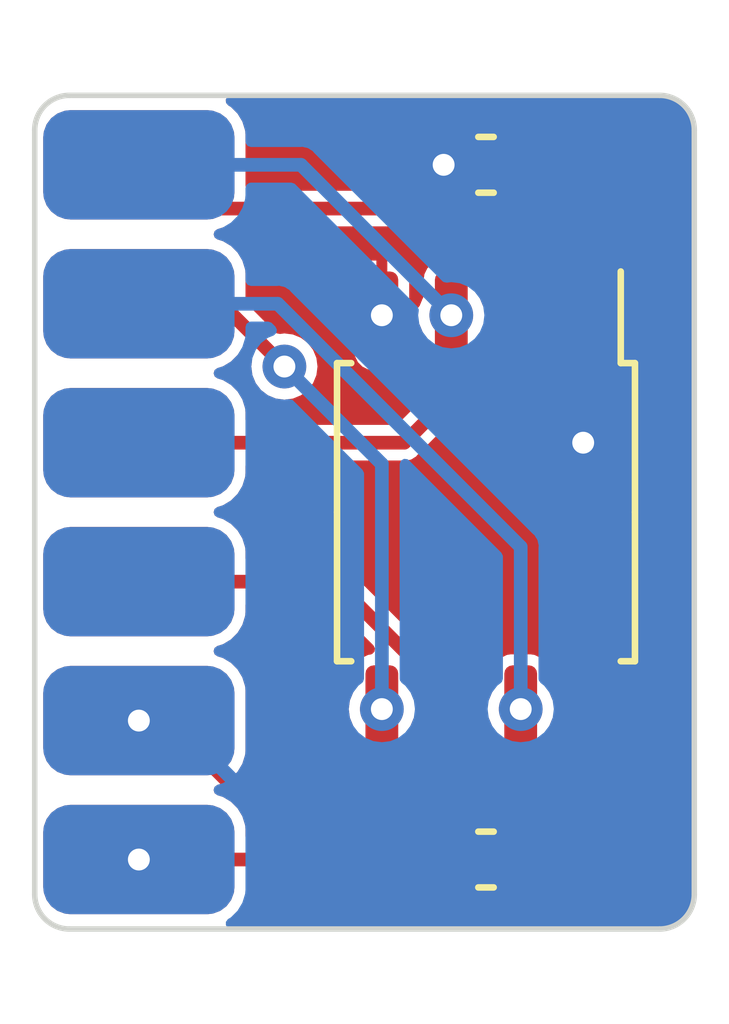
<source format=kicad_pcb>
(kicad_pcb (version 20221018) (generator pcbnew)
  (layers (0 "F.Cu" signal) (31 "B.Cu" signal) (34 "B.Paste" user) (35 "F.Paste" user) (36 "B.SilkS" user "B.Silkscreen") (37 "F.SilkS" user "F.Silkscreen") (38 "B.Mask" user) (39 "F.Mask" user) (44 "Edge.Cuts" user))
  (net 0 "")
  (net 1 "/PMOD-SPI/CS")
  (net 2 "/PMOD-SPI/MOSI")
  (net 3 "/PMOD-SPI/MISO")
  (net 4 "/PMOD-SPI/SCK")
  (net 5 "/PMOD-SPI/GND")
  (net 6 "/PMOD-SPI/VCC")
  (net 7 "/PMOD-SPI/INT")
  (net 8 "/PMOD-SPI/RST")
  (net 9 "/PMOD-SPI/IO7")
  (net 10 "/PMOD-SPI/IO8")
  (footprint "Capacitor_SMD:C_0603_1608Metric" (layer "F.Cu") (at 132.08 102.87 180)
    (fp_text reference "C2" hide)
    (fp_text value "0.1uF")
    (fp_line (start -0.14058 -0.51) (end 0.14058 -0.51) (stroke (width 0.12)) (layer "F.SilkS"))
    (fp_line (start -0.14058 0.51) (end 0.14058 0.51) (stroke (width 0.12)) (layer "F.SilkS"))
    (pad "1" smd roundrect (at -0.775 0 180) (size 0.9 0.95) (layers "F.Cu" "F.Paste" "F.Mask") (net 6 "/PMOD-SPI/VCC"))
    (pad "2" smd roundrect (at 0.775 0 180) (size 0.9 0.95) (layers "F.Cu" "F.Paste" "F.Mask") (net 5 "/PMOD-SPI/GND"))
  )
  (footprint "Capacitor_SMD:C_0603_1608Metric" (layer "F.Cu") (at 132.08 90.17 180)
    (fp_text reference "C1" hide)
    (fp_text value "0.1uF")
    (fp_line (start -0.14058 -0.51) (end 0.14058 -0.51) (stroke (width 0.12)) (layer "F.SilkS"))
    (fp_line (start -0.14058 0.51) (end 0.14058 0.51) (stroke (width 0.12)) (layer "F.SilkS"))
    (pad "1" smd roundrect (at -0.775 0 180) (size 0.9 0.95) (layers "F.Cu" "F.Paste" "F.Mask") (net 6 "/PMOD-SPI/VCC"))
    (pad "2" smd roundrect (at 0.775 0 180) (size 0.9 0.95) (layers "F.Cu" "F.Paste" "F.Mask") (net 5 "/PMOD-SPI/GND"))
  )
  (footprint "my_connector:PMOD_Peripheral_type_2" (layer "F.Cu") (at 125.73 96.52 -90)
    (fp_text reference "J1" hide)
    (fp_text value "Conn_02x06_Top_Bottom")
    (pad "1" smd roundrect (at -6.35 0 270) (size 2 3.5) (layers "F.Cu" "F.Paste" "F.Mask") (net 1 "/PMOD-SPI/CS"))
    (pad "2" smd roundrect (at -3.81 0 270) (size 2 3.5) (layers "F.Cu" "F.Paste" "F.Mask") (net 2 "/PMOD-SPI/MOSI"))
    (pad "3" smd roundrect (at -1.27 0 270) (size 2 3.5) (layers "F.Cu" "F.Paste" "F.Mask") (net 3 "/PMOD-SPI/MISO"))
    (pad "4" smd roundrect (at 1.27 0 270) (size 2 3.5) (layers "F.Cu" "F.Paste" "F.Mask") (net 4 "/PMOD-SPI/SCK"))
    (pad "5" smd roundrect (at 3.81 0 270) (size 2 3.5) (layers "F.Cu" "F.Paste" "F.Mask") (net 5 "/PMOD-SPI/GND"))
    (pad "6" smd roundrect (at 6.35 0 270) (size 2 3.5) (layers "F.Cu" "F.Paste" "F.Mask") (net 6 "/PMOD-SPI/VCC"))
    (pad "7" smd roundrect (at -6.35 0 270) (size 2 3.5) (layers "B.Cu" "B.Paste" "B.Mask") (net 7 "/PMOD-SPI/INT"))
    (pad "8" smd roundrect (at -3.81 0 270) (size 2 3.5) (layers "B.Cu" "B.Paste" "B.Mask") (net 8 "/PMOD-SPI/RST"))
    (pad "9" smd roundrect (at -1.27 0 270) (size 2 3.5) (layers "B.Cu" "B.Paste" "B.Mask") (net 9 "/PMOD-SPI/IO7"))
    (pad "10" smd roundrect (at 1.27 0 270) (size 2 3.5) (layers "B.Cu" "B.Paste" "B.Mask") (net 10 "/PMOD-SPI/IO8"))
    (pad "11" smd roundrect (at 3.81 0 270) (size 2 3.5) (layers "B.Cu" "B.Paste" "B.Mask") (net 5 "/PMOD-SPI/GND"))
    (pad "12" smd roundrect (at 6.35 0 270) (size 2 3.5) (layers "B.Cu" "B.Paste" "B.Mask") (net 6 "/PMOD-SPI/VCC"))
  )
  (footprint "Package_SO:SOIC-8_5.23x5.23mm_P1.27mm" (layer "F.Cu") (at 132.08 96.52 -90)
    (fp_text reference "U1" hide)
    (fp_text value "W25Q128JVS")
    (fp_line (start -2.725 -2.725) (end -2.725 -2.465) (stroke (width 0.12)) (layer "F.SilkS"))
    (fp_line (start -2.725 -2.465) (end -4.4 -2.465) (stroke (width 0.12)) (layer "F.SilkS"))
    (fp_line (start -2.725 2.725) (end -2.725 2.465) (stroke (width 0.12)) (layer "F.SilkS"))
    (fp_line (start 0 -2.725) (end -2.725 -2.725) (stroke (width 0.12)) (layer "F.SilkS"))
    (fp_line (start 0 -2.725) (end 2.725 -2.725) (stroke (width 0.12)) (layer "F.SilkS"))
    (fp_line (start 0 2.725) (end -2.725 2.725) (stroke (width 0.12)) (layer "F.SilkS"))
    (fp_line (start 0 2.725) (end 2.725 2.725) (stroke (width 0.12)) (layer "F.SilkS"))
    (fp_line (start 2.725 -2.725) (end 2.725 -2.465) (stroke (width 0.12)) (layer "F.SilkS"))
    (fp_line (start 2.725 2.725) (end 2.725 2.465) (stroke (width 0.12)) (layer "F.SilkS"))
    (pad "1" smd roundrect (at -3.6 -1.905 270) (size 1.6 0.6) (layers "F.Cu" "F.Paste" "F.Mask") (net 1 "/PMOD-SPI/CS"))
    (pad "2" smd roundrect (at -3.6 -0.635 270) (size 1.6 0.6) (layers "F.Cu" "F.Paste" "F.Mask") (net 3 "/PMOD-SPI/MISO"))
    (pad "3" smd roundrect (at -3.6 0.635 270) (size 1.6 0.6) (layers "F.Cu" "F.Paste" "F.Mask") (net 7 "/PMOD-SPI/INT"))
    (pad "4" smd roundrect (at -3.6 1.905 270) (size 1.6 0.6) (layers "F.Cu" "F.Paste" "F.Mask") (net 5 "/PMOD-SPI/GND"))
    (pad "5" smd roundrect (at 3.6 1.905 270) (size 1.6 0.6) (layers "F.Cu" "F.Paste" "F.Mask") (net 2 "/PMOD-SPI/MOSI"))
    (pad "6" smd roundrect (at 3.6 0.635 270) (size 1.6 0.6) (layers "F.Cu" "F.Paste" "F.Mask") (net 4 "/PMOD-SPI/SCK"))
    (pad "7" smd roundrect (at 3.6 -0.635 270) (size 1.6 0.6) (layers "F.Cu" "F.Paste" "F.Mask") (net 8 "/PMOD-SPI/RST"))
    (pad "8" smd roundrect (at 3.6 -1.905 270) (size 1.6 0.6) (layers "F.Cu" "F.Paste" "F.Mask") (net 6 "/PMOD-SPI/VCC"))
  )
  (gr_arc (start 124.46 104.14) (mid 124.010987 103.954013) (end 123.825 103.505) (stroke (width 0.1)) (layer "Edge.Cuts"))
  (gr_line (start 135.89 103.505) (end 135.89 89.535) (stroke (width 0.1)) (layer "Edge.Cuts"))
  (gr_arc (start 123.825 89.535) (mid 124.010987 89.085987) (end 124.46 88.9) (stroke (width 0.1)) (layer "Edge.Cuts"))
  (gr_line (start 124.46 104.14) (end 135.255 104.14) (stroke (width 0.1)) (layer "Edge.Cuts"))
  (gr_line (start 135.255 88.9) (end 124.46 88.9) (stroke (width 0.1)) (layer "Edge.Cuts"))
  (gr_line (start 123.825 89.535) (end 123.825 103.505) (stroke (width 0.1)) (layer "Edge.Cuts"))
  (gr_arc (start 135.89 103.505) (mid 135.704013 103.954013) (end 135.255 104.14) (stroke (width 0.1)) (layer "Edge.Cuts"))
  (gr_arc (start 135.255 88.9) (mid 135.704013 89.085987) (end 135.89 89.535) (stroke (width 0.1)) (layer "Edge.Cuts"))
  (segment (start 126.53 90.97) (end 132.236751 90.97) (width 0.25) (layer "F.Cu") (net 1))
  (segment (start 132.236751 90.97) (end 133.985 92.718249) (width 0.25) (layer "F.Cu") (net 1))
  (segment (start 133.985 92.718249) (end 133.985 92.92) (width 0.25) (layer "F.Cu") (net 1))
  (segment (start 125.73 90.17) (end 126.53 90.97) (width 0.25) (layer "F.Cu") (net 1))
  (segment (start 125.73 92.71) (end 127.244694 92.71) (width 0.25) (layer "F.Cu") (net 2))
  (segment (start 127.244694 92.71) (end 128.392347 93.857653) (width 0.25) (layer "F.Cu") (net 2))
  (via (at 128.392347 93.857653) (size 0.8) (drill 0.4) (layers "F.Cu" "B.Cu") (net 2))
  (via (at 130.175 100.12) (size 0.8) (drill 0.4) (layers "F.Cu" "B.Cu") (net 2))
  (segment (start 130.175 100.12) (end 130.175 95.640306) (width 0.25) (layer "B.Cu") (net 2))
  (segment (start 130.175 95.640306) (end 128.392347 93.857653) (width 0.25) (layer "B.Cu") (net 2))
  (segment (start 130.586751 95.25) (end 132.715 93.121751) (width 0.25) (layer "F.Cu") (net 3))
  (segment (start 125.73 95.25) (end 130.586751 95.25) (width 0.25) (layer "F.Cu") (net 3))
  (segment (start 132.715 93.121751) (end 132.715 92.92) (width 0.25) (layer "F.Cu") (net 3))
  (segment (start 129.316751 97.79) (end 131.445 99.918249) (width 0.25) (layer "F.Cu") (net 4))
  (segment (start 131.445 99.918249) (end 131.445 100.12) (width 0.25) (layer "F.Cu") (net 4))
  (segment (start 125.73 97.79) (end 129.316751 97.79) (width 0.25) (layer "F.Cu") (net 4))
  (segment (start 126.238 100.33) (end 125.73 100.33) (width 0.25) (layer "F.Cu") (net 5))
  (segment (start 131.305 102.87) (end 128.778 102.87) (width 0.25) (layer "F.Cu") (net 5))
  (segment (start 128.778 102.87) (end 126.238 100.33) (width 0.25) (layer "F.Cu") (net 5))
  (via (at 133.858012 95.25) (size 0.8) (drill 0.4) (layers "F.Cu" "B.Cu") (net 5))
  (via (at 130.175 92.92) (size 0.8) (drill 0.4) (layers "F.Cu" "B.Cu") (net 5))
  (via (at 125.73 100.33) (size 0.8) (drill 0.4) (layers "F.Cu" "B.Cu") (net 5))
  (via (at 131.305 90.17) (size 0.8) (drill 0.4) (layers "F.Cu" "B.Cu") (net 5))
  (segment (start 132.842 94.234) (end 132.842 91.707) (width 0.25) (layer "B.Cu") (net 5))
  (segment (start 133.985 95.376988) (end 133.858012 95.25) (width 0.25) (layer "B.Cu") (net 5))
  (segment (start 133.985 102.616) (end 133.985 95.376988) (width 0.25) (layer "B.Cu") (net 5))
  (segment (start 128.651 102.616) (end 133.985 102.616) (width 0.25) (layer "B.Cu") (net 5))
  (segment (start 132.842 94.234) (end 133.858 95.25) (width 0.25) (layer "B.Cu") (net 5))
  (segment (start 130.175 92.92) (end 131.489 94.234) (width 0.25) (layer "B.Cu") (net 5))
  (segment (start 133.858 95.25) (end 133.858012 95.25) (width 0.25) (layer "B.Cu") (net 5))
  (segment (start 131.489 94.234) (end 132.842 94.234) (width 0.25) (layer "B.Cu") (net 5))
  (segment (start 125.73 100.33) (end 126.365 100.33) (width 0.25) (layer "B.Cu") (net 5))
  (segment (start 132.842 91.707) (end 131.305 90.17) (width 0.25) (layer "B.Cu") (net 5))
  (segment (start 126.365 100.33) (end 128.651 102.616) (width 0.25) (layer "B.Cu") (net 5))
  (segment (start 134.874 99.231) (end 134.874 92.075) (width 0.25) (layer "F.Cu") (net 6))
  (segment (start 133.985 101.74) (end 133.985 100.12) (width 0.25) (layer "F.Cu") (net 6))
  (segment (start 127.889 102.87) (end 128.689 103.67) (width 0.25) (layer "F.Cu") (net 6))
  (segment (start 132.855 102.87) (end 133.985 101.74) (width 0.25) (layer "F.Cu") (net 6))
  (segment (start 132.055 103.67) (end 132.855 102.87) (width 0.25) (layer "F.Cu") (net 6))
  (segment (start 132.855 90.17) (end 132.969 90.17) (width 0.25) (layer "F.Cu") (net 6))
  (segment (start 125.73 102.87) (end 127.889 102.87) (width 0.25) (layer "F.Cu") (net 6))
  (segment (start 128.689 103.67) (end 132.055 103.67) (width 0.25) (layer "F.Cu") (net 6))
  (segment (start 132.969 90.17) (end 134.874 92.075) (width 0.25) (layer "F.Cu") (net 6))
  (segment (start 133.985 100.12) (end 134.874 99.231) (width 0.25) (layer "F.Cu") (net 6))
  (via (at 125.73 102.87) (size 0.8) (drill 0.4) (layers "F.Cu" "B.Cu") (net 6))
  (via (at 131.445 92.92) (size 0.8) (drill 0.4) (layers "F.Cu" "B.Cu") (net 7))
  (segment (start 128.695 90.17) (end 131.445 92.92) (width 0.25) (layer "B.Cu") (net 7))
  (segment (start 125.73 90.17) (end 128.695 90.17) (width 0.25) (layer "B.Cu") (net 7))
  (via (at 132.715 100.12) (size 0.8) (drill 0.4) (layers "F.Cu" "B.Cu") (net 8))
  (segment (start 128.269999 92.71) (end 132.715 97.155001) (width 0.25) (layer "B.Cu") (net 8))
  (segment (start 125.73 92.71) (end 128.269999 92.71) (width 0.25) (layer "B.Cu") (net 8))
  (segment (start 132.715 97.155001) (end 132.715 100.12) (width 0.25) (layer "B.Cu") (net 8))
  (zone (net 5) (net_name "/PMOD-SPI/GND") (layers "F&B.Cu") (connect_pads (clearance 0.2)) (min_thickness 0.2) (fill yes (thermal_gap 0.2) (thermal_bridge_width 0.2))
    (polygon (pts (xy 123.19 88.265) (xy 136.525 88.265) (xy 136.525 104.775) (xy 123.19 104.775)))
  )
)
</source>
